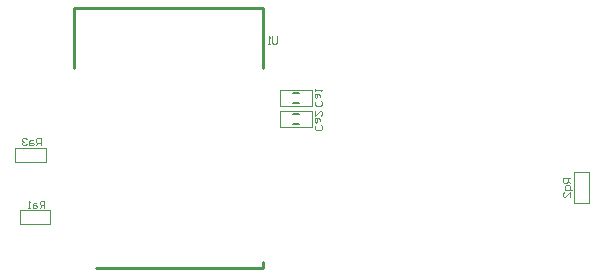
<source format=gbo>
G04*
G04 #@! TF.GenerationSoftware,Altium Limited,Altium Designer,20.2.4 (192)*
G04*
G04 Layer_Color=32896*
%FSLAX25Y25*%
%MOIN*%
G70*
G04*
G04 #@! TF.SameCoordinates,BCC0224D-A4D8-4B5A-B13F-649094BAA86A*
G04*
G04*
G04 #@! TF.FilePolarity,Positive*
G04*
G01*
G75*
%ADD12C,0.00394*%
%ADD15C,0.00500*%
%ADD16C,0.00300*%
%ADD19C,0.01000*%
D12*
X92519Y95275D02*
Y93307D01*
X92126Y92914D01*
X91338D01*
X90945Y93307D01*
Y95275D01*
X90158Y92914D02*
X89371D01*
X89764D01*
Y95275D01*
X90158Y94882D01*
X190157Y48030D02*
X187796D01*
Y46850D01*
X188189Y46456D01*
X188977D01*
X189370Y46850D01*
Y48030D01*
Y47243D02*
X190157Y46456D01*
X190944Y44095D02*
X188583D01*
Y45276D01*
X188977Y45669D01*
X189764D01*
X190157Y45276D01*
Y44095D01*
Y41733D02*
Y43308D01*
X188583Y41733D01*
X188189D01*
X187796Y42127D01*
Y42914D01*
X188189Y43308D01*
X13779Y59056D02*
Y61417D01*
X12598D01*
X12204Y61023D01*
Y60236D01*
X12598Y59843D01*
X13779D01*
X12991D02*
X12204Y59056D01*
X11023Y60630D02*
X10236D01*
X9843Y60236D01*
Y59056D01*
X11023D01*
X11417Y59449D01*
X11023Y59843D01*
X9843D01*
X9056Y61023D02*
X8662Y61417D01*
X7875D01*
X7481Y61023D01*
Y60630D01*
X7875Y60236D01*
X8269D01*
X7875D01*
X7481Y59843D01*
Y59449D01*
X7875Y59056D01*
X8662D01*
X9056Y59449D01*
X14960Y38189D02*
Y40551D01*
X13779D01*
X13385Y40157D01*
Y39370D01*
X13779Y38976D01*
X14960D01*
X14173D02*
X13385Y38189D01*
X12205Y39764D02*
X11418D01*
X11024Y39370D01*
Y38189D01*
X12205D01*
X12598Y38583D01*
X12205Y38976D01*
X11024D01*
X10237Y38189D02*
X9450D01*
X9843D01*
Y40551D01*
X10237Y40157D01*
X107086Y65747D02*
X107480Y65354D01*
Y64567D01*
X107086Y64173D01*
X105512D01*
X105118Y64567D01*
Y65354D01*
X105512Y65747D01*
X106692Y66928D02*
Y67715D01*
X106299Y68109D01*
X105118D01*
Y66928D01*
X105512Y66535D01*
X105905Y66928D01*
Y68109D01*
X105118Y70470D02*
Y68896D01*
X106692Y70470D01*
X107086D01*
X107480Y70077D01*
Y69290D01*
X107086Y68896D01*
Y73818D02*
X107480Y73425D01*
Y72638D01*
X107086Y72244D01*
X105512D01*
X105118Y72638D01*
Y73425D01*
X105512Y73818D01*
X106692Y74999D02*
Y75786D01*
X106299Y76180D01*
X105118D01*
Y74999D01*
X105512Y74606D01*
X105905Y74999D01*
Y76180D01*
X105118Y76967D02*
Y77754D01*
Y77361D01*
X107480D01*
X107086Y76967D01*
D15*
X97933Y76378D02*
X99705D01*
X97933Y73228D02*
X99705D01*
X97933Y69291D02*
X99705D01*
X97933Y66142D02*
X99705D01*
D16*
X196358Y39725D02*
Y49961D01*
X191634D02*
X196358D01*
X191634Y39725D02*
Y49961D01*
Y39725D02*
X196358D01*
X6693Y37517D02*
X16929D01*
X6693Y32792D02*
Y37517D01*
Y32792D02*
X16929D01*
Y37517D01*
X5118Y53475D02*
X15354D01*
Y58200D01*
X5118D02*
X15354D01*
X5118Y53475D02*
Y58200D01*
X93504Y72244D02*
X104134D01*
Y77362D01*
X93504D02*
X104134D01*
X93504Y72244D02*
Y77362D01*
Y65158D02*
X104134D01*
Y70276D01*
X93504D02*
X104134D01*
X93504Y65158D02*
Y70276D01*
D19*
X24941Y84646D02*
Y104724D01*
X32028Y18110D02*
X87933D01*
Y20079D01*
Y84646D02*
Y104724D01*
X24941D02*
X87933D01*
M02*

</source>
